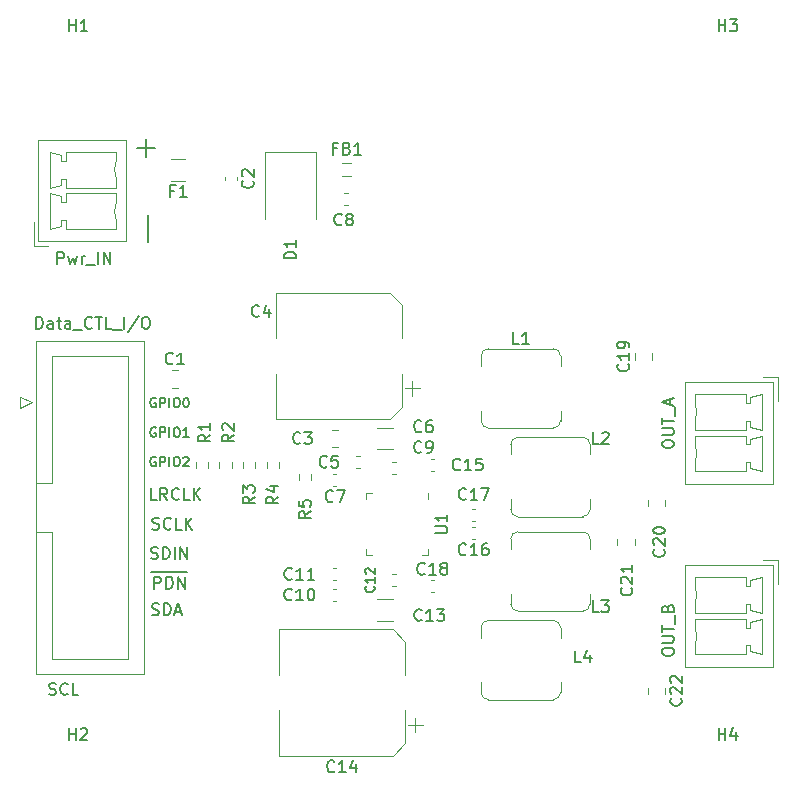
<source format=gbr>
%TF.GenerationSoftware,KiCad,Pcbnew,5.1.10*%
%TF.CreationDate,2021-07-04T17:51:47+02:00*%
%TF.ProjectId,DRV5825P,44525635-3832-4355-902e-6b696361645f,V0.1*%
%TF.SameCoordinates,Original*%
%TF.FileFunction,Legend,Top*%
%TF.FilePolarity,Positive*%
%FSLAX46Y46*%
G04 Gerber Fmt 4.6, Leading zero omitted, Abs format (unit mm)*
G04 Created by KiCad (PCBNEW 5.1.10) date 2021-07-04 17:51:47*
%MOMM*%
%LPD*%
G01*
G04 APERTURE LIST*
%ADD10C,0.150000*%
%ADD11C,0.120000*%
G04 APERTURE END LIST*
D10*
X154069047Y-97350000D02*
X153992857Y-97311904D01*
X153878571Y-97311904D01*
X153764285Y-97350000D01*
X153688095Y-97426190D01*
X153650000Y-97502380D01*
X153611904Y-97654761D01*
X153611904Y-97769047D01*
X153650000Y-97921428D01*
X153688095Y-97997619D01*
X153764285Y-98073809D01*
X153878571Y-98111904D01*
X153954761Y-98111904D01*
X154069047Y-98073809D01*
X154107142Y-98035714D01*
X154107142Y-97769047D01*
X153954761Y-97769047D01*
X154450000Y-98111904D02*
X154450000Y-97311904D01*
X154754761Y-97311904D01*
X154830952Y-97350000D01*
X154869047Y-97388095D01*
X154907142Y-97464285D01*
X154907142Y-97578571D01*
X154869047Y-97654761D01*
X154830952Y-97692857D01*
X154754761Y-97730952D01*
X154450000Y-97730952D01*
X155250000Y-98111904D02*
X155250000Y-97311904D01*
X155783333Y-97311904D02*
X155935714Y-97311904D01*
X156011904Y-97350000D01*
X156088095Y-97426190D01*
X156126190Y-97578571D01*
X156126190Y-97845238D01*
X156088095Y-97997619D01*
X156011904Y-98073809D01*
X155935714Y-98111904D01*
X155783333Y-98111904D01*
X155707142Y-98073809D01*
X155630952Y-97997619D01*
X155592857Y-97845238D01*
X155592857Y-97578571D01*
X155630952Y-97426190D01*
X155707142Y-97350000D01*
X155783333Y-97311904D01*
X156621428Y-97311904D02*
X156697619Y-97311904D01*
X156773809Y-97350000D01*
X156811904Y-97388095D01*
X156850000Y-97464285D01*
X156888095Y-97616666D01*
X156888095Y-97807142D01*
X156850000Y-97959523D01*
X156811904Y-98035714D01*
X156773809Y-98073809D01*
X156697619Y-98111904D01*
X156621428Y-98111904D01*
X156545238Y-98073809D01*
X156507142Y-98035714D01*
X156469047Y-97959523D01*
X156430952Y-97807142D01*
X156430952Y-97616666D01*
X156469047Y-97464285D01*
X156507142Y-97388095D01*
X156545238Y-97350000D01*
X156621428Y-97311904D01*
X154069047Y-99850000D02*
X153992857Y-99811904D01*
X153878571Y-99811904D01*
X153764285Y-99850000D01*
X153688095Y-99926190D01*
X153650000Y-100002380D01*
X153611904Y-100154761D01*
X153611904Y-100269047D01*
X153650000Y-100421428D01*
X153688095Y-100497619D01*
X153764285Y-100573809D01*
X153878571Y-100611904D01*
X153954761Y-100611904D01*
X154069047Y-100573809D01*
X154107142Y-100535714D01*
X154107142Y-100269047D01*
X153954761Y-100269047D01*
X154450000Y-100611904D02*
X154450000Y-99811904D01*
X154754761Y-99811904D01*
X154830952Y-99850000D01*
X154869047Y-99888095D01*
X154907142Y-99964285D01*
X154907142Y-100078571D01*
X154869047Y-100154761D01*
X154830952Y-100192857D01*
X154754761Y-100230952D01*
X154450000Y-100230952D01*
X155250000Y-100611904D02*
X155250000Y-99811904D01*
X155783333Y-99811904D02*
X155935714Y-99811904D01*
X156011904Y-99850000D01*
X156088095Y-99926190D01*
X156126190Y-100078571D01*
X156126190Y-100345238D01*
X156088095Y-100497619D01*
X156011904Y-100573809D01*
X155935714Y-100611904D01*
X155783333Y-100611904D01*
X155707142Y-100573809D01*
X155630952Y-100497619D01*
X155592857Y-100345238D01*
X155592857Y-100078571D01*
X155630952Y-99926190D01*
X155707142Y-99850000D01*
X155783333Y-99811904D01*
X156888095Y-100611904D02*
X156430952Y-100611904D01*
X156659523Y-100611904D02*
X156659523Y-99811904D01*
X156583333Y-99926190D01*
X156507142Y-100002380D01*
X156430952Y-100040476D01*
X154069047Y-102350000D02*
X153992857Y-102311904D01*
X153878571Y-102311904D01*
X153764285Y-102350000D01*
X153688095Y-102426190D01*
X153650000Y-102502380D01*
X153611904Y-102654761D01*
X153611904Y-102769047D01*
X153650000Y-102921428D01*
X153688095Y-102997619D01*
X153764285Y-103073809D01*
X153878571Y-103111904D01*
X153954761Y-103111904D01*
X154069047Y-103073809D01*
X154107142Y-103035714D01*
X154107142Y-102769047D01*
X153954761Y-102769047D01*
X154450000Y-103111904D02*
X154450000Y-102311904D01*
X154754761Y-102311904D01*
X154830952Y-102350000D01*
X154869047Y-102388095D01*
X154907142Y-102464285D01*
X154907142Y-102578571D01*
X154869047Y-102654761D01*
X154830952Y-102692857D01*
X154754761Y-102730952D01*
X154450000Y-102730952D01*
X155250000Y-103111904D02*
X155250000Y-102311904D01*
X155783333Y-102311904D02*
X155935714Y-102311904D01*
X156011904Y-102350000D01*
X156088095Y-102426190D01*
X156126190Y-102578571D01*
X156126190Y-102845238D01*
X156088095Y-102997619D01*
X156011904Y-103073809D01*
X155935714Y-103111904D01*
X155783333Y-103111904D01*
X155707142Y-103073809D01*
X155630952Y-102997619D01*
X155592857Y-102845238D01*
X155592857Y-102578571D01*
X155630952Y-102426190D01*
X155707142Y-102350000D01*
X155783333Y-102311904D01*
X156430952Y-102388095D02*
X156469047Y-102350000D01*
X156545238Y-102311904D01*
X156735714Y-102311904D01*
X156811904Y-102350000D01*
X156850000Y-102388095D01*
X156888095Y-102464285D01*
X156888095Y-102540476D01*
X156850000Y-102654761D01*
X156392857Y-103111904D01*
X156888095Y-103111904D01*
X154154761Y-105952380D02*
X153678571Y-105952380D01*
X153678571Y-104952380D01*
X155059523Y-105952380D02*
X154726190Y-105476190D01*
X154488095Y-105952380D02*
X154488095Y-104952380D01*
X154869047Y-104952380D01*
X154964285Y-105000000D01*
X155011904Y-105047619D01*
X155059523Y-105142857D01*
X155059523Y-105285714D01*
X155011904Y-105380952D01*
X154964285Y-105428571D01*
X154869047Y-105476190D01*
X154488095Y-105476190D01*
X156059523Y-105857142D02*
X156011904Y-105904761D01*
X155869047Y-105952380D01*
X155773809Y-105952380D01*
X155630952Y-105904761D01*
X155535714Y-105809523D01*
X155488095Y-105714285D01*
X155440476Y-105523809D01*
X155440476Y-105380952D01*
X155488095Y-105190476D01*
X155535714Y-105095238D01*
X155630952Y-105000000D01*
X155773809Y-104952380D01*
X155869047Y-104952380D01*
X156011904Y-105000000D01*
X156059523Y-105047619D01*
X156964285Y-105952380D02*
X156488095Y-105952380D01*
X156488095Y-104952380D01*
X157297619Y-105952380D02*
X157297619Y-104952380D01*
X157869047Y-105952380D02*
X157440476Y-105380952D01*
X157869047Y-104952380D02*
X157297619Y-105523809D01*
X153809523Y-108404761D02*
X153952380Y-108452380D01*
X154190476Y-108452380D01*
X154285714Y-108404761D01*
X154333333Y-108357142D01*
X154380952Y-108261904D01*
X154380952Y-108166666D01*
X154333333Y-108071428D01*
X154285714Y-108023809D01*
X154190476Y-107976190D01*
X154000000Y-107928571D01*
X153904761Y-107880952D01*
X153857142Y-107833333D01*
X153809523Y-107738095D01*
X153809523Y-107642857D01*
X153857142Y-107547619D01*
X153904761Y-107500000D01*
X154000000Y-107452380D01*
X154238095Y-107452380D01*
X154380952Y-107500000D01*
X155380952Y-108357142D02*
X155333333Y-108404761D01*
X155190476Y-108452380D01*
X155095238Y-108452380D01*
X154952380Y-108404761D01*
X154857142Y-108309523D01*
X154809523Y-108214285D01*
X154761904Y-108023809D01*
X154761904Y-107880952D01*
X154809523Y-107690476D01*
X154857142Y-107595238D01*
X154952380Y-107500000D01*
X155095238Y-107452380D01*
X155190476Y-107452380D01*
X155333333Y-107500000D01*
X155380952Y-107547619D01*
X156285714Y-108452380D02*
X155809523Y-108452380D01*
X155809523Y-107452380D01*
X156619047Y-108452380D02*
X156619047Y-107452380D01*
X157190476Y-108452380D02*
X156761904Y-107880952D01*
X157190476Y-107452380D02*
X156619047Y-108023809D01*
X153702380Y-110904761D02*
X153845238Y-110952380D01*
X154083333Y-110952380D01*
X154178571Y-110904761D01*
X154226190Y-110857142D01*
X154273809Y-110761904D01*
X154273809Y-110666666D01*
X154226190Y-110571428D01*
X154178571Y-110523809D01*
X154083333Y-110476190D01*
X153892857Y-110428571D01*
X153797619Y-110380952D01*
X153750000Y-110333333D01*
X153702380Y-110238095D01*
X153702380Y-110142857D01*
X153750000Y-110047619D01*
X153797619Y-110000000D01*
X153892857Y-109952380D01*
X154130952Y-109952380D01*
X154273809Y-110000000D01*
X154702380Y-110952380D02*
X154702380Y-109952380D01*
X154940476Y-109952380D01*
X155083333Y-110000000D01*
X155178571Y-110095238D01*
X155226190Y-110190476D01*
X155273809Y-110380952D01*
X155273809Y-110523809D01*
X155226190Y-110714285D01*
X155178571Y-110809523D01*
X155083333Y-110904761D01*
X154940476Y-110952380D01*
X154702380Y-110952380D01*
X155702380Y-110952380D02*
X155702380Y-109952380D01*
X156178571Y-110952380D02*
X156178571Y-109952380D01*
X156750000Y-110952380D01*
X156750000Y-109952380D01*
X153726190Y-112085000D02*
X154726190Y-112085000D01*
X153964285Y-113452380D02*
X153964285Y-112452380D01*
X154345238Y-112452380D01*
X154440476Y-112500000D01*
X154488095Y-112547619D01*
X154535714Y-112642857D01*
X154535714Y-112785714D01*
X154488095Y-112880952D01*
X154440476Y-112928571D01*
X154345238Y-112976190D01*
X153964285Y-112976190D01*
X154726190Y-112085000D02*
X155726190Y-112085000D01*
X154964285Y-113452380D02*
X154964285Y-112452380D01*
X155202380Y-112452380D01*
X155345238Y-112500000D01*
X155440476Y-112595238D01*
X155488095Y-112690476D01*
X155535714Y-112880952D01*
X155535714Y-113023809D01*
X155488095Y-113214285D01*
X155440476Y-113309523D01*
X155345238Y-113404761D01*
X155202380Y-113452380D01*
X154964285Y-113452380D01*
X155726190Y-112085000D02*
X156773809Y-112085000D01*
X155964285Y-113452380D02*
X155964285Y-112452380D01*
X156535714Y-113452380D01*
X156535714Y-112452380D01*
X145059523Y-122404761D02*
X145202380Y-122452380D01*
X145440476Y-122452380D01*
X145535714Y-122404761D01*
X145583333Y-122357142D01*
X145630952Y-122261904D01*
X145630952Y-122166666D01*
X145583333Y-122071428D01*
X145535714Y-122023809D01*
X145440476Y-121976190D01*
X145250000Y-121928571D01*
X145154761Y-121880952D01*
X145107142Y-121833333D01*
X145059523Y-121738095D01*
X145059523Y-121642857D01*
X145107142Y-121547619D01*
X145154761Y-121500000D01*
X145250000Y-121452380D01*
X145488095Y-121452380D01*
X145630952Y-121500000D01*
X146630952Y-122357142D02*
X146583333Y-122404761D01*
X146440476Y-122452380D01*
X146345238Y-122452380D01*
X146202380Y-122404761D01*
X146107142Y-122309523D01*
X146059523Y-122214285D01*
X146011904Y-122023809D01*
X146011904Y-121880952D01*
X146059523Y-121690476D01*
X146107142Y-121595238D01*
X146202380Y-121500000D01*
X146345238Y-121452380D01*
X146440476Y-121452380D01*
X146583333Y-121500000D01*
X146630952Y-121547619D01*
X147535714Y-122452380D02*
X147059523Y-122452380D01*
X147059523Y-121452380D01*
X153785714Y-115654761D02*
X153928571Y-115702380D01*
X154166666Y-115702380D01*
X154261904Y-115654761D01*
X154309523Y-115607142D01*
X154357142Y-115511904D01*
X154357142Y-115416666D01*
X154309523Y-115321428D01*
X154261904Y-115273809D01*
X154166666Y-115226190D01*
X153976190Y-115178571D01*
X153880952Y-115130952D01*
X153833333Y-115083333D01*
X153785714Y-114988095D01*
X153785714Y-114892857D01*
X153833333Y-114797619D01*
X153880952Y-114750000D01*
X153976190Y-114702380D01*
X154214285Y-114702380D01*
X154357142Y-114750000D01*
X154785714Y-115702380D02*
X154785714Y-114702380D01*
X155023809Y-114702380D01*
X155166666Y-114750000D01*
X155261904Y-114845238D01*
X155309523Y-114940476D01*
X155357142Y-115130952D01*
X155357142Y-115273809D01*
X155309523Y-115464285D01*
X155261904Y-115559523D01*
X155166666Y-115654761D01*
X155023809Y-115702380D01*
X154785714Y-115702380D01*
X155738095Y-115416666D02*
X156214285Y-115416666D01*
X155642857Y-115702380D02*
X155976190Y-114702380D01*
X156309523Y-115702380D01*
X153464285Y-84142857D02*
X153464285Y-81857142D01*
X152488095Y-76142857D02*
X154011904Y-76142857D01*
X153250000Y-76904761D02*
X153250000Y-75380952D01*
D11*
%TO.C,U1*%
X177110000Y-105865000D02*
X177110000Y-105390000D01*
X171890000Y-110610000D02*
X172365000Y-110610000D01*
X171890000Y-110135000D02*
X171890000Y-110610000D01*
X171890000Y-105390000D02*
X172365000Y-105390000D01*
X171890000Y-105865000D02*
X171890000Y-105390000D01*
X177110000Y-110610000D02*
X176635000Y-110610000D01*
X177110000Y-110135000D02*
X177110000Y-110610000D01*
%TO.C,R5*%
X167272500Y-104237258D02*
X167272500Y-103762742D01*
X166227500Y-104237258D02*
X166227500Y-103762742D01*
%TO.C,R4*%
X163477500Y-102762742D02*
X163477500Y-103237258D01*
X164522500Y-102762742D02*
X164522500Y-103237258D01*
%TO.C,R3*%
X161477500Y-102762742D02*
X161477500Y-103237258D01*
X162522500Y-102762742D02*
X162522500Y-103237258D01*
%TO.C,R2*%
X159477500Y-102762742D02*
X159477500Y-103237258D01*
X160522500Y-102762742D02*
X160522500Y-103237258D01*
%TO.C,R1*%
X157477500Y-102762742D02*
X157477500Y-103237258D01*
X158522500Y-102762742D02*
X158522500Y-103237258D01*
%TO.C,L4*%
X187750000Y-122860000D02*
X182250000Y-122860000D01*
X181640000Y-122250000D02*
X181640000Y-121400000D01*
X188360000Y-121400000D02*
X188360000Y-122250000D01*
X188360000Y-116750000D02*
X188360000Y-117600000D01*
X182250000Y-116140000D02*
X187750000Y-116140000D01*
X181640000Y-117600000D02*
X181640000Y-116750000D01*
X188360000Y-122250000D02*
G75*
G02*
X187750000Y-122860000I-610000J0D01*
G01*
X182250000Y-122860000D02*
G75*
G02*
X181640000Y-122250000I0J610000D01*
G01*
X187750000Y-116140000D02*
G75*
G02*
X188360000Y-116750000I0J-610000D01*
G01*
X181640000Y-116750000D02*
G75*
G02*
X182250000Y-116140000I610000J0D01*
G01*
%TO.C,L3*%
X190250000Y-115360000D02*
X184750000Y-115360000D01*
X184140000Y-114750000D02*
X184140000Y-113900000D01*
X190860000Y-113900000D02*
X190860000Y-114750000D01*
X190860000Y-109250000D02*
X190860000Y-110100000D01*
X184750000Y-108640000D02*
X190250000Y-108640000D01*
X184140000Y-110100000D02*
X184140000Y-109250000D01*
X190860000Y-114750000D02*
G75*
G02*
X190250000Y-115360000I-610000J0D01*
G01*
X184750000Y-115360000D02*
G75*
G02*
X184140000Y-114750000I0J610000D01*
G01*
X190250000Y-108640000D02*
G75*
G02*
X190860000Y-109250000I0J-610000D01*
G01*
X184140000Y-109250000D02*
G75*
G02*
X184750000Y-108640000I610000J0D01*
G01*
%TO.C,L2*%
X190250000Y-107360000D02*
X184750000Y-107360000D01*
X184140000Y-106750000D02*
X184140000Y-105900000D01*
X190860000Y-105900000D02*
X190860000Y-106750000D01*
X190860000Y-101250000D02*
X190860000Y-102100000D01*
X184750000Y-100640000D02*
X190250000Y-100640000D01*
X184140000Y-102100000D02*
X184140000Y-101250000D01*
X190860000Y-106750000D02*
G75*
G02*
X190250000Y-107360000I-610000J0D01*
G01*
X184750000Y-107360000D02*
G75*
G02*
X184140000Y-106750000I0J610000D01*
G01*
X190250000Y-100640000D02*
G75*
G02*
X190860000Y-101250000I0J-610000D01*
G01*
X184140000Y-101250000D02*
G75*
G02*
X184750000Y-100640000I610000J0D01*
G01*
%TO.C,L1*%
X187750000Y-99860000D02*
X182250000Y-99860000D01*
X181640000Y-99250000D02*
X181640000Y-98400000D01*
X188360000Y-98400000D02*
X188360000Y-99250000D01*
X188360000Y-93750000D02*
X188360000Y-94600000D01*
X182250000Y-93140000D02*
X187750000Y-93140000D01*
X181640000Y-94600000D02*
X181640000Y-93750000D01*
X188360000Y-99250000D02*
G75*
G02*
X187750000Y-99860000I-610000J0D01*
G01*
X182250000Y-99860000D02*
G75*
G02*
X181640000Y-99250000I0J610000D01*
G01*
X187750000Y-93140000D02*
G75*
G02*
X188360000Y-93750000I0J-610000D01*
G01*
X181640000Y-93750000D02*
G75*
G02*
X182250000Y-93140000I610000J0D01*
G01*
%TO.C,OUT_B*%
X206750000Y-111050000D02*
X206750000Y-113050000D01*
X205500000Y-111050000D02*
X206750000Y-111050000D01*
X199750000Y-119000000D02*
X199750000Y-118250000D01*
X204050000Y-119000000D02*
X199750000Y-119000000D01*
X204050000Y-118250000D02*
X204050000Y-119000000D01*
X204400000Y-118250000D02*
X204050000Y-118250000D01*
X204400000Y-118750000D02*
X204400000Y-118250000D01*
X205400000Y-119000000D02*
X204400000Y-118750000D01*
X205400000Y-116000000D02*
X205400000Y-119000000D01*
X204400000Y-116250000D02*
X205400000Y-116000000D01*
X204400000Y-116750000D02*
X204400000Y-116250000D01*
X204050000Y-116750000D02*
X204400000Y-116750000D01*
X204050000Y-116000000D02*
X204050000Y-116750000D01*
X199750000Y-116000000D02*
X204050000Y-116000000D01*
X199750000Y-116750000D02*
X199750000Y-116000000D01*
X199750000Y-115500000D02*
X199750000Y-114750000D01*
X204050000Y-115500000D02*
X199750000Y-115500000D01*
X204050000Y-114750000D02*
X204050000Y-115500000D01*
X204400000Y-114750000D02*
X204050000Y-114750000D01*
X204400000Y-115250000D02*
X204400000Y-114750000D01*
X205400000Y-115500000D02*
X204400000Y-115250000D01*
X205400000Y-112500000D02*
X205400000Y-115500000D01*
X204400000Y-112750000D02*
X205400000Y-112500000D01*
X204400000Y-113250000D02*
X204400000Y-112750000D01*
X204050000Y-113250000D02*
X204400000Y-113250000D01*
X204050000Y-112500000D02*
X204050000Y-113250000D01*
X199750000Y-112500000D02*
X204050000Y-112500000D01*
X199750000Y-113250000D02*
X199750000Y-112500000D01*
X206360000Y-120060000D02*
X206360000Y-111440000D01*
X198890000Y-120060000D02*
X206360000Y-120060000D01*
X198890000Y-111440000D02*
X198890000Y-120060000D01*
X206360000Y-111440000D02*
X198890000Y-111440000D01*
X199750155Y-118249647D02*
G75*
G03*
X199750000Y-116750000I-1700155J749647D01*
G01*
X199750155Y-114749647D02*
G75*
G03*
X199750000Y-113250000I-1700155J749647D01*
G01*
%TO.C,OUT_A*%
X206750000Y-95550000D02*
X206750000Y-97550000D01*
X205500000Y-95550000D02*
X206750000Y-95550000D01*
X199750000Y-103500000D02*
X199750000Y-102750000D01*
X204050000Y-103500000D02*
X199750000Y-103500000D01*
X204050000Y-102750000D02*
X204050000Y-103500000D01*
X204400000Y-102750000D02*
X204050000Y-102750000D01*
X204400000Y-103250000D02*
X204400000Y-102750000D01*
X205400000Y-103500000D02*
X204400000Y-103250000D01*
X205400000Y-100500000D02*
X205400000Y-103500000D01*
X204400000Y-100750000D02*
X205400000Y-100500000D01*
X204400000Y-101250000D02*
X204400000Y-100750000D01*
X204050000Y-101250000D02*
X204400000Y-101250000D01*
X204050000Y-100500000D02*
X204050000Y-101250000D01*
X199750000Y-100500000D02*
X204050000Y-100500000D01*
X199750000Y-101250000D02*
X199750000Y-100500000D01*
X199750000Y-100000000D02*
X199750000Y-99250000D01*
X204050000Y-100000000D02*
X199750000Y-100000000D01*
X204050000Y-99250000D02*
X204050000Y-100000000D01*
X204400000Y-99250000D02*
X204050000Y-99250000D01*
X204400000Y-99750000D02*
X204400000Y-99250000D01*
X205400000Y-100000000D02*
X204400000Y-99750000D01*
X205400000Y-97000000D02*
X205400000Y-100000000D01*
X204400000Y-97250000D02*
X205400000Y-97000000D01*
X204400000Y-97750000D02*
X204400000Y-97250000D01*
X204050000Y-97750000D02*
X204400000Y-97750000D01*
X204050000Y-97000000D02*
X204050000Y-97750000D01*
X199750000Y-97000000D02*
X204050000Y-97000000D01*
X199750000Y-97750000D02*
X199750000Y-97000000D01*
X206360000Y-104560000D02*
X206360000Y-95940000D01*
X198890000Y-104560000D02*
X206360000Y-104560000D01*
X198890000Y-95940000D02*
X198890000Y-104560000D01*
X206360000Y-95940000D02*
X198890000Y-95940000D01*
X199750155Y-102749647D02*
G75*
G03*
X199750000Y-101250000I-1700155J749647D01*
G01*
X199750155Y-99249647D02*
G75*
G03*
X199750000Y-97750000I-1700155J749647D01*
G01*
%TO.C,Data_CTL_I/O*%
X142570000Y-98190000D02*
X143570000Y-97690000D01*
X142570000Y-97190000D02*
X142570000Y-98190000D01*
X143570000Y-97690000D02*
X142570000Y-97190000D01*
X145270000Y-108630000D02*
X143960000Y-108630000D01*
X145270000Y-108630000D02*
X145270000Y-108630000D01*
X145270000Y-119380000D02*
X145270000Y-108630000D01*
X151770000Y-119380000D02*
X145270000Y-119380000D01*
X151770000Y-93780000D02*
X151770000Y-119380000D01*
X145270000Y-93780000D02*
X151770000Y-93780000D01*
X145270000Y-104530000D02*
X145270000Y-93780000D01*
X143960000Y-104530000D02*
X145270000Y-104530000D01*
X143960000Y-120680000D02*
X143960000Y-92480000D01*
X153080000Y-120680000D02*
X143960000Y-120680000D01*
X153080000Y-92480000D02*
X153080000Y-120680000D01*
X143960000Y-92480000D02*
X153080000Y-92480000D01*
%TO.C,Pwr_IN*%
X143750000Y-84450000D02*
X143750000Y-82450000D01*
X145000000Y-84450000D02*
X143750000Y-84450000D01*
X150750000Y-76500000D02*
X150750000Y-77250000D01*
X146450000Y-76500000D02*
X150750000Y-76500000D01*
X146450000Y-77250000D02*
X146450000Y-76500000D01*
X146100000Y-77250000D02*
X146450000Y-77250000D01*
X146100000Y-76750000D02*
X146100000Y-77250000D01*
X145100000Y-76500000D02*
X146100000Y-76750000D01*
X145100000Y-79500000D02*
X145100000Y-76500000D01*
X146100000Y-79250000D02*
X145100000Y-79500000D01*
X146100000Y-78750000D02*
X146100000Y-79250000D01*
X146450000Y-78750000D02*
X146100000Y-78750000D01*
X146450000Y-79500000D02*
X146450000Y-78750000D01*
X150750000Y-79500000D02*
X146450000Y-79500000D01*
X150750000Y-78750000D02*
X150750000Y-79500000D01*
X150750000Y-80000000D02*
X150750000Y-80750000D01*
X146450000Y-80000000D02*
X150750000Y-80000000D01*
X146450000Y-80750000D02*
X146450000Y-80000000D01*
X146100000Y-80750000D02*
X146450000Y-80750000D01*
X146100000Y-80250000D02*
X146100000Y-80750000D01*
X145100000Y-80000000D02*
X146100000Y-80250000D01*
X145100000Y-83000000D02*
X145100000Y-80000000D01*
X146100000Y-82750000D02*
X145100000Y-83000000D01*
X146100000Y-82250000D02*
X146100000Y-82750000D01*
X146450000Y-82250000D02*
X146100000Y-82250000D01*
X146450000Y-83000000D02*
X146450000Y-82250000D01*
X150750000Y-83000000D02*
X146450000Y-83000000D01*
X150750000Y-82250000D02*
X150750000Y-83000000D01*
X144140000Y-75440000D02*
X144140000Y-84060000D01*
X151610000Y-75440000D02*
X144140000Y-75440000D01*
X151610000Y-84060000D02*
X151610000Y-75440000D01*
X144140000Y-84060000D02*
X151610000Y-84060000D01*
X150749845Y-77250353D02*
G75*
G03*
X150750000Y-78750000I1700155J-749647D01*
G01*
X150749845Y-80750353D02*
G75*
G03*
X150750000Y-82250000I1700155J-749647D01*
G01*
%TO.C,FB1*%
X170649622Y-77440000D02*
X169850378Y-77440000D01*
X170649622Y-78560000D02*
X169850378Y-78560000D01*
%TO.C,F1*%
X156602064Y-77090000D02*
X155397936Y-77090000D01*
X156602064Y-78910000D02*
X155397936Y-78910000D01*
%TO.C,D1*%
X167650000Y-76450000D02*
X167650000Y-82150000D01*
X163350000Y-76450000D02*
X163350000Y-82150000D01*
X167650000Y-76450000D02*
X163350000Y-76450000D01*
%TO.C,C22*%
X195765000Y-121838748D02*
X195765000Y-122361252D01*
X197235000Y-121838748D02*
X197235000Y-122361252D01*
%TO.C,C21*%
X194635000Y-109761252D02*
X194635000Y-109238748D01*
X193165000Y-109761252D02*
X193165000Y-109238748D01*
%TO.C,C20*%
X195765000Y-105938748D02*
X195765000Y-106461252D01*
X197235000Y-105938748D02*
X197235000Y-106461252D01*
%TO.C,C19*%
X196135000Y-94061252D02*
X196135000Y-93538748D01*
X194665000Y-94061252D02*
X194665000Y-93538748D01*
%TO.C,C18*%
X177359420Y-113760000D02*
X177640580Y-113760000D01*
X177359420Y-112740000D02*
X177640580Y-112740000D01*
%TO.C,C17*%
X181140580Y-106740000D02*
X180859420Y-106740000D01*
X181140580Y-107760000D02*
X180859420Y-107760000D01*
%TO.C,C16*%
X181140580Y-108240000D02*
X180859420Y-108240000D01*
X181140580Y-109260000D02*
X180859420Y-109260000D01*
%TO.C,C15*%
X177359420Y-103510000D02*
X177640580Y-103510000D01*
X177359420Y-102490000D02*
X177640580Y-102490000D01*
%TO.C,C14*%
X176075000Y-125635000D02*
X176075000Y-124385000D01*
X176700000Y-125010000D02*
X175450000Y-125010000D01*
X175210000Y-117954437D02*
X174145563Y-116890000D01*
X175210000Y-126545563D02*
X174145563Y-127610000D01*
X175210000Y-126545563D02*
X175210000Y-123760000D01*
X175210000Y-117954437D02*
X175210000Y-120740000D01*
X174145563Y-116890000D02*
X164490000Y-116890000D01*
X174145563Y-127610000D02*
X164490000Y-127610000D01*
X164490000Y-127610000D02*
X164490000Y-123760000D01*
X164490000Y-116890000D02*
X164490000Y-120740000D01*
%TO.C,C13*%
X174211252Y-114340000D02*
X172788748Y-114340000D01*
X174211252Y-116160000D02*
X172788748Y-116160000D01*
%TO.C,C12*%
X174390580Y-112240000D02*
X174109420Y-112240000D01*
X174390580Y-113260000D02*
X174109420Y-113260000D01*
%TO.C,C11*%
X169390580Y-111740000D02*
X169109420Y-111740000D01*
X169390580Y-112760000D02*
X169109420Y-112760000D01*
%TO.C,C10*%
X169390580Y-113490000D02*
X169109420Y-113490000D01*
X169390580Y-114510000D02*
X169109420Y-114510000D01*
%TO.C,C9*%
X174390580Y-102740000D02*
X174109420Y-102740000D01*
X174390580Y-103760000D02*
X174109420Y-103760000D01*
%TO.C,C8*%
X170059420Y-81010000D02*
X170340580Y-81010000D01*
X170059420Y-79990000D02*
X170340580Y-79990000D01*
%TO.C,C7*%
X169390580Y-103740000D02*
X169109420Y-103740000D01*
X169390580Y-104760000D02*
X169109420Y-104760000D01*
%TO.C,C6*%
X174211252Y-99840000D02*
X172788748Y-99840000D01*
X174211252Y-101660000D02*
X172788748Y-101660000D01*
%TO.C,C5*%
X171059420Y-103210000D02*
X171340580Y-103210000D01*
X171059420Y-102190000D02*
X171340580Y-102190000D01*
%TO.C,C4*%
X175825000Y-97135000D02*
X175825000Y-95885000D01*
X176450000Y-96510000D02*
X175200000Y-96510000D01*
X174960000Y-89454437D02*
X173895563Y-88390000D01*
X174960000Y-98045563D02*
X173895563Y-99110000D01*
X174960000Y-98045563D02*
X174960000Y-95260000D01*
X174960000Y-89454437D02*
X174960000Y-92240000D01*
X173895563Y-88390000D02*
X164240000Y-88390000D01*
X173895563Y-99110000D02*
X164240000Y-99110000D01*
X164240000Y-99110000D02*
X164240000Y-95260000D01*
X164240000Y-88390000D02*
X164240000Y-92240000D01*
%TO.C,C3*%
X169511252Y-100015000D02*
X168988748Y-100015000D01*
X169511252Y-101485000D02*
X168988748Y-101485000D01*
%TO.C,C2*%
X159990000Y-78609420D02*
X159990000Y-78890580D01*
X161010000Y-78609420D02*
X161010000Y-78890580D01*
%TO.C,C1*%
X155438748Y-96435000D02*
X155961252Y-96435000D01*
X155438748Y-94965000D02*
X155961252Y-94965000D01*
%TO.C,H4*%
D10*
X201738095Y-126252380D02*
X201738095Y-125252380D01*
X201738095Y-125728571D02*
X202309523Y-125728571D01*
X202309523Y-126252380D02*
X202309523Y-125252380D01*
X203214285Y-125585714D02*
X203214285Y-126252380D01*
X202976190Y-125204761D02*
X202738095Y-125919047D01*
X203357142Y-125919047D01*
%TO.C,H3*%
X201738095Y-66252380D02*
X201738095Y-65252380D01*
X201738095Y-65728571D02*
X202309523Y-65728571D01*
X202309523Y-66252380D02*
X202309523Y-65252380D01*
X202690476Y-65252380D02*
X203309523Y-65252380D01*
X202976190Y-65633333D01*
X203119047Y-65633333D01*
X203214285Y-65680952D01*
X203261904Y-65728571D01*
X203309523Y-65823809D01*
X203309523Y-66061904D01*
X203261904Y-66157142D01*
X203214285Y-66204761D01*
X203119047Y-66252380D01*
X202833333Y-66252380D01*
X202738095Y-66204761D01*
X202690476Y-66157142D01*
%TO.C,H2*%
X146738095Y-126252380D02*
X146738095Y-125252380D01*
X146738095Y-125728571D02*
X147309523Y-125728571D01*
X147309523Y-126252380D02*
X147309523Y-125252380D01*
X147738095Y-125347619D02*
X147785714Y-125300000D01*
X147880952Y-125252380D01*
X148119047Y-125252380D01*
X148214285Y-125300000D01*
X148261904Y-125347619D01*
X148309523Y-125442857D01*
X148309523Y-125538095D01*
X148261904Y-125680952D01*
X147690476Y-126252380D01*
X148309523Y-126252380D01*
%TO.C,H1*%
X146738095Y-66252380D02*
X146738095Y-65252380D01*
X146738095Y-65728571D02*
X147309523Y-65728571D01*
X147309523Y-66252380D02*
X147309523Y-65252380D01*
X148309523Y-66252380D02*
X147738095Y-66252380D01*
X148023809Y-66252380D02*
X148023809Y-65252380D01*
X147928571Y-65395238D01*
X147833333Y-65490476D01*
X147738095Y-65538095D01*
%TO.C,U1*%
X177772380Y-108761904D02*
X178581904Y-108761904D01*
X178677142Y-108714285D01*
X178724761Y-108666666D01*
X178772380Y-108571428D01*
X178772380Y-108380952D01*
X178724761Y-108285714D01*
X178677142Y-108238095D01*
X178581904Y-108190476D01*
X177772380Y-108190476D01*
X178772380Y-107190476D02*
X178772380Y-107761904D01*
X178772380Y-107476190D02*
X177772380Y-107476190D01*
X177915238Y-107571428D01*
X178010476Y-107666666D01*
X178058095Y-107761904D01*
%TO.C,R5*%
X167202380Y-106916666D02*
X166726190Y-107250000D01*
X167202380Y-107488095D02*
X166202380Y-107488095D01*
X166202380Y-107107142D01*
X166250000Y-107011904D01*
X166297619Y-106964285D01*
X166392857Y-106916666D01*
X166535714Y-106916666D01*
X166630952Y-106964285D01*
X166678571Y-107011904D01*
X166726190Y-107107142D01*
X166726190Y-107488095D01*
X166202380Y-106011904D02*
X166202380Y-106488095D01*
X166678571Y-106535714D01*
X166630952Y-106488095D01*
X166583333Y-106392857D01*
X166583333Y-106154761D01*
X166630952Y-106059523D01*
X166678571Y-106011904D01*
X166773809Y-105964285D01*
X167011904Y-105964285D01*
X167107142Y-106011904D01*
X167154761Y-106059523D01*
X167202380Y-106154761D01*
X167202380Y-106392857D01*
X167154761Y-106488095D01*
X167107142Y-106535714D01*
%TO.C,R4*%
X164452380Y-105666666D02*
X163976190Y-106000000D01*
X164452380Y-106238095D02*
X163452380Y-106238095D01*
X163452380Y-105857142D01*
X163500000Y-105761904D01*
X163547619Y-105714285D01*
X163642857Y-105666666D01*
X163785714Y-105666666D01*
X163880952Y-105714285D01*
X163928571Y-105761904D01*
X163976190Y-105857142D01*
X163976190Y-106238095D01*
X163785714Y-104809523D02*
X164452380Y-104809523D01*
X163404761Y-105047619D02*
X164119047Y-105285714D01*
X164119047Y-104666666D01*
%TO.C,R3*%
X162452380Y-105666666D02*
X161976190Y-106000000D01*
X162452380Y-106238095D02*
X161452380Y-106238095D01*
X161452380Y-105857142D01*
X161500000Y-105761904D01*
X161547619Y-105714285D01*
X161642857Y-105666666D01*
X161785714Y-105666666D01*
X161880952Y-105714285D01*
X161928571Y-105761904D01*
X161976190Y-105857142D01*
X161976190Y-106238095D01*
X161452380Y-105333333D02*
X161452380Y-104714285D01*
X161833333Y-105047619D01*
X161833333Y-104904761D01*
X161880952Y-104809523D01*
X161928571Y-104761904D01*
X162023809Y-104714285D01*
X162261904Y-104714285D01*
X162357142Y-104761904D01*
X162404761Y-104809523D01*
X162452380Y-104904761D01*
X162452380Y-105190476D01*
X162404761Y-105285714D01*
X162357142Y-105333333D01*
%TO.C,R2*%
X160702380Y-100416666D02*
X160226190Y-100750000D01*
X160702380Y-100988095D02*
X159702380Y-100988095D01*
X159702380Y-100607142D01*
X159750000Y-100511904D01*
X159797619Y-100464285D01*
X159892857Y-100416666D01*
X160035714Y-100416666D01*
X160130952Y-100464285D01*
X160178571Y-100511904D01*
X160226190Y-100607142D01*
X160226190Y-100988095D01*
X159797619Y-100035714D02*
X159750000Y-99988095D01*
X159702380Y-99892857D01*
X159702380Y-99654761D01*
X159750000Y-99559523D01*
X159797619Y-99511904D01*
X159892857Y-99464285D01*
X159988095Y-99464285D01*
X160130952Y-99511904D01*
X160702380Y-100083333D01*
X160702380Y-99464285D01*
%TO.C,R1*%
X158702380Y-100416666D02*
X158226190Y-100750000D01*
X158702380Y-100988095D02*
X157702380Y-100988095D01*
X157702380Y-100607142D01*
X157750000Y-100511904D01*
X157797619Y-100464285D01*
X157892857Y-100416666D01*
X158035714Y-100416666D01*
X158130952Y-100464285D01*
X158178571Y-100511904D01*
X158226190Y-100607142D01*
X158226190Y-100988095D01*
X158702380Y-99464285D02*
X158702380Y-100035714D01*
X158702380Y-99750000D02*
X157702380Y-99750000D01*
X157845238Y-99845238D01*
X157940476Y-99940476D01*
X157988095Y-100035714D01*
%TO.C,L4*%
X190083333Y-119702380D02*
X189607142Y-119702380D01*
X189607142Y-118702380D01*
X190845238Y-119035714D02*
X190845238Y-119702380D01*
X190607142Y-118654761D02*
X190369047Y-119369047D01*
X190988095Y-119369047D01*
%TO.C,L3*%
X191583333Y-115452380D02*
X191107142Y-115452380D01*
X191107142Y-114452380D01*
X191821428Y-114452380D02*
X192440476Y-114452380D01*
X192107142Y-114833333D01*
X192250000Y-114833333D01*
X192345238Y-114880952D01*
X192392857Y-114928571D01*
X192440476Y-115023809D01*
X192440476Y-115261904D01*
X192392857Y-115357142D01*
X192345238Y-115404761D01*
X192250000Y-115452380D01*
X191964285Y-115452380D01*
X191869047Y-115404761D01*
X191821428Y-115357142D01*
%TO.C,L2*%
X191583333Y-101202380D02*
X191107142Y-101202380D01*
X191107142Y-100202380D01*
X191869047Y-100297619D02*
X191916666Y-100250000D01*
X192011904Y-100202380D01*
X192250000Y-100202380D01*
X192345238Y-100250000D01*
X192392857Y-100297619D01*
X192440476Y-100392857D01*
X192440476Y-100488095D01*
X192392857Y-100630952D01*
X191821428Y-101202380D01*
X192440476Y-101202380D01*
%TO.C,L1*%
X184833333Y-92752380D02*
X184357142Y-92752380D01*
X184357142Y-91752380D01*
X185690476Y-92752380D02*
X185119047Y-92752380D01*
X185404761Y-92752380D02*
X185404761Y-91752380D01*
X185309523Y-91895238D01*
X185214285Y-91990476D01*
X185119047Y-92038095D01*
%TO.C,OUT_B*%
X196952380Y-118880952D02*
X196952380Y-118690476D01*
X197000000Y-118595238D01*
X197095238Y-118500000D01*
X197285714Y-118452380D01*
X197619047Y-118452380D01*
X197809523Y-118500000D01*
X197904761Y-118595238D01*
X197952380Y-118690476D01*
X197952380Y-118880952D01*
X197904761Y-118976190D01*
X197809523Y-119071428D01*
X197619047Y-119119047D01*
X197285714Y-119119047D01*
X197095238Y-119071428D01*
X197000000Y-118976190D01*
X196952380Y-118880952D01*
X196952380Y-118023809D02*
X197761904Y-118023809D01*
X197857142Y-117976190D01*
X197904761Y-117928571D01*
X197952380Y-117833333D01*
X197952380Y-117642857D01*
X197904761Y-117547619D01*
X197857142Y-117500000D01*
X197761904Y-117452380D01*
X196952380Y-117452380D01*
X196952380Y-117119047D02*
X196952380Y-116547619D01*
X197952380Y-116833333D02*
X196952380Y-116833333D01*
X198047619Y-116452380D02*
X198047619Y-115690476D01*
X197428571Y-115119047D02*
X197476190Y-114976190D01*
X197523809Y-114928571D01*
X197619047Y-114880952D01*
X197761904Y-114880952D01*
X197857142Y-114928571D01*
X197904761Y-114976190D01*
X197952380Y-115071428D01*
X197952380Y-115452380D01*
X196952380Y-115452380D01*
X196952380Y-115119047D01*
X197000000Y-115023809D01*
X197047619Y-114976190D01*
X197142857Y-114928571D01*
X197238095Y-114928571D01*
X197333333Y-114976190D01*
X197380952Y-115023809D01*
X197428571Y-115119047D01*
X197428571Y-115452380D01*
%TO.C,OUT_A*%
X196952380Y-101309523D02*
X196952380Y-101119047D01*
X197000000Y-101023809D01*
X197095238Y-100928571D01*
X197285714Y-100880952D01*
X197619047Y-100880952D01*
X197809523Y-100928571D01*
X197904761Y-101023809D01*
X197952380Y-101119047D01*
X197952380Y-101309523D01*
X197904761Y-101404761D01*
X197809523Y-101500000D01*
X197619047Y-101547619D01*
X197285714Y-101547619D01*
X197095238Y-101500000D01*
X197000000Y-101404761D01*
X196952380Y-101309523D01*
X196952380Y-100452380D02*
X197761904Y-100452380D01*
X197857142Y-100404761D01*
X197904761Y-100357142D01*
X197952380Y-100261904D01*
X197952380Y-100071428D01*
X197904761Y-99976190D01*
X197857142Y-99928571D01*
X197761904Y-99880952D01*
X196952380Y-99880952D01*
X196952380Y-99547619D02*
X196952380Y-98976190D01*
X197952380Y-99261904D02*
X196952380Y-99261904D01*
X198047619Y-98880952D02*
X198047619Y-98119047D01*
X197666666Y-97928571D02*
X197666666Y-97452380D01*
X197952380Y-98023809D02*
X196952380Y-97690476D01*
X197952380Y-97357142D01*
%TO.C,Data_CTL_I/O*%
X143964285Y-91452380D02*
X143964285Y-90452380D01*
X144202380Y-90452380D01*
X144345238Y-90500000D01*
X144440476Y-90595238D01*
X144488095Y-90690476D01*
X144535714Y-90880952D01*
X144535714Y-91023809D01*
X144488095Y-91214285D01*
X144440476Y-91309523D01*
X144345238Y-91404761D01*
X144202380Y-91452380D01*
X143964285Y-91452380D01*
X145392857Y-91452380D02*
X145392857Y-90928571D01*
X145345238Y-90833333D01*
X145250000Y-90785714D01*
X145059523Y-90785714D01*
X144964285Y-90833333D01*
X145392857Y-91404761D02*
X145297619Y-91452380D01*
X145059523Y-91452380D01*
X144964285Y-91404761D01*
X144916666Y-91309523D01*
X144916666Y-91214285D01*
X144964285Y-91119047D01*
X145059523Y-91071428D01*
X145297619Y-91071428D01*
X145392857Y-91023809D01*
X145726190Y-90785714D02*
X146107142Y-90785714D01*
X145869047Y-90452380D02*
X145869047Y-91309523D01*
X145916666Y-91404761D01*
X146011904Y-91452380D01*
X146107142Y-91452380D01*
X146869047Y-91452380D02*
X146869047Y-90928571D01*
X146821428Y-90833333D01*
X146726190Y-90785714D01*
X146535714Y-90785714D01*
X146440476Y-90833333D01*
X146869047Y-91404761D02*
X146773809Y-91452380D01*
X146535714Y-91452380D01*
X146440476Y-91404761D01*
X146392857Y-91309523D01*
X146392857Y-91214285D01*
X146440476Y-91119047D01*
X146535714Y-91071428D01*
X146773809Y-91071428D01*
X146869047Y-91023809D01*
X147107142Y-91547619D02*
X147869047Y-91547619D01*
X148678571Y-91357142D02*
X148630952Y-91404761D01*
X148488095Y-91452380D01*
X148392857Y-91452380D01*
X148250000Y-91404761D01*
X148154761Y-91309523D01*
X148107142Y-91214285D01*
X148059523Y-91023809D01*
X148059523Y-90880952D01*
X148107142Y-90690476D01*
X148154761Y-90595238D01*
X148250000Y-90500000D01*
X148392857Y-90452380D01*
X148488095Y-90452380D01*
X148630952Y-90500000D01*
X148678571Y-90547619D01*
X148964285Y-90452380D02*
X149535714Y-90452380D01*
X149250000Y-91452380D02*
X149250000Y-90452380D01*
X150345238Y-91452380D02*
X149869047Y-91452380D01*
X149869047Y-90452380D01*
X150440476Y-91547619D02*
X151202380Y-91547619D01*
X151440476Y-91452380D02*
X151440476Y-90452380D01*
X152630952Y-90404761D02*
X151773809Y-91690476D01*
X153154761Y-90452380D02*
X153345238Y-90452380D01*
X153440476Y-90500000D01*
X153535714Y-90595238D01*
X153583333Y-90785714D01*
X153583333Y-91119047D01*
X153535714Y-91309523D01*
X153440476Y-91404761D01*
X153345238Y-91452380D01*
X153154761Y-91452380D01*
X153059523Y-91404761D01*
X152964285Y-91309523D01*
X152916666Y-91119047D01*
X152916666Y-90785714D01*
X152964285Y-90595238D01*
X153059523Y-90500000D01*
X153154761Y-90452380D01*
%TO.C,Pwr_IN*%
X145761904Y-85952380D02*
X145761904Y-84952380D01*
X146142857Y-84952380D01*
X146238095Y-85000000D01*
X146285714Y-85047619D01*
X146333333Y-85142857D01*
X146333333Y-85285714D01*
X146285714Y-85380952D01*
X146238095Y-85428571D01*
X146142857Y-85476190D01*
X145761904Y-85476190D01*
X146666666Y-85285714D02*
X146857142Y-85952380D01*
X147047619Y-85476190D01*
X147238095Y-85952380D01*
X147428571Y-85285714D01*
X147809523Y-85952380D02*
X147809523Y-85285714D01*
X147809523Y-85476190D02*
X147857142Y-85380952D01*
X147904761Y-85333333D01*
X148000000Y-85285714D01*
X148095238Y-85285714D01*
X148190476Y-86047619D02*
X148952380Y-86047619D01*
X149190476Y-85952380D02*
X149190476Y-84952380D01*
X149666666Y-85952380D02*
X149666666Y-84952380D01*
X150238095Y-85952380D01*
X150238095Y-84952380D01*
%TO.C,FB1*%
X169416666Y-76178571D02*
X169083333Y-76178571D01*
X169083333Y-76702380D02*
X169083333Y-75702380D01*
X169559523Y-75702380D01*
X170273809Y-76178571D02*
X170416666Y-76226190D01*
X170464285Y-76273809D01*
X170511904Y-76369047D01*
X170511904Y-76511904D01*
X170464285Y-76607142D01*
X170416666Y-76654761D01*
X170321428Y-76702380D01*
X169940476Y-76702380D01*
X169940476Y-75702380D01*
X170273809Y-75702380D01*
X170369047Y-75750000D01*
X170416666Y-75797619D01*
X170464285Y-75892857D01*
X170464285Y-75988095D01*
X170416666Y-76083333D01*
X170369047Y-76130952D01*
X170273809Y-76178571D01*
X169940476Y-76178571D01*
X171464285Y-76702380D02*
X170892857Y-76702380D01*
X171178571Y-76702380D02*
X171178571Y-75702380D01*
X171083333Y-75845238D01*
X170988095Y-75940476D01*
X170892857Y-75988095D01*
%TO.C,F1*%
X155666666Y-79748571D02*
X155333333Y-79748571D01*
X155333333Y-80272380D02*
X155333333Y-79272380D01*
X155809523Y-79272380D01*
X156714285Y-80272380D02*
X156142857Y-80272380D01*
X156428571Y-80272380D02*
X156428571Y-79272380D01*
X156333333Y-79415238D01*
X156238095Y-79510476D01*
X156142857Y-79558095D01*
%TO.C,D1*%
X165952380Y-85488095D02*
X164952380Y-85488095D01*
X164952380Y-85250000D01*
X165000000Y-85107142D01*
X165095238Y-85011904D01*
X165190476Y-84964285D01*
X165380952Y-84916666D01*
X165523809Y-84916666D01*
X165714285Y-84964285D01*
X165809523Y-85011904D01*
X165904761Y-85107142D01*
X165952380Y-85250000D01*
X165952380Y-85488095D01*
X165952380Y-83964285D02*
X165952380Y-84535714D01*
X165952380Y-84250000D02*
X164952380Y-84250000D01*
X165095238Y-84345238D01*
X165190476Y-84440476D01*
X165238095Y-84535714D01*
%TO.C,C22*%
X198537142Y-122742857D02*
X198584761Y-122790476D01*
X198632380Y-122933333D01*
X198632380Y-123028571D01*
X198584761Y-123171428D01*
X198489523Y-123266666D01*
X198394285Y-123314285D01*
X198203809Y-123361904D01*
X198060952Y-123361904D01*
X197870476Y-123314285D01*
X197775238Y-123266666D01*
X197680000Y-123171428D01*
X197632380Y-123028571D01*
X197632380Y-122933333D01*
X197680000Y-122790476D01*
X197727619Y-122742857D01*
X197727619Y-122361904D02*
X197680000Y-122314285D01*
X197632380Y-122219047D01*
X197632380Y-121980952D01*
X197680000Y-121885714D01*
X197727619Y-121838095D01*
X197822857Y-121790476D01*
X197918095Y-121790476D01*
X198060952Y-121838095D01*
X198632380Y-122409523D01*
X198632380Y-121790476D01*
X197727619Y-121409523D02*
X197680000Y-121361904D01*
X197632380Y-121266666D01*
X197632380Y-121028571D01*
X197680000Y-120933333D01*
X197727619Y-120885714D01*
X197822857Y-120838095D01*
X197918095Y-120838095D01*
X198060952Y-120885714D01*
X198632380Y-121457142D01*
X198632380Y-120838095D01*
%TO.C,C21*%
X194357142Y-113392857D02*
X194404761Y-113440476D01*
X194452380Y-113583333D01*
X194452380Y-113678571D01*
X194404761Y-113821428D01*
X194309523Y-113916666D01*
X194214285Y-113964285D01*
X194023809Y-114011904D01*
X193880952Y-114011904D01*
X193690476Y-113964285D01*
X193595238Y-113916666D01*
X193500000Y-113821428D01*
X193452380Y-113678571D01*
X193452380Y-113583333D01*
X193500000Y-113440476D01*
X193547619Y-113392857D01*
X193547619Y-113011904D02*
X193500000Y-112964285D01*
X193452380Y-112869047D01*
X193452380Y-112630952D01*
X193500000Y-112535714D01*
X193547619Y-112488095D01*
X193642857Y-112440476D01*
X193738095Y-112440476D01*
X193880952Y-112488095D01*
X194452380Y-113059523D01*
X194452380Y-112440476D01*
X194452380Y-111488095D02*
X194452380Y-112059523D01*
X194452380Y-111773809D02*
X193452380Y-111773809D01*
X193595238Y-111869047D01*
X193690476Y-111964285D01*
X193738095Y-112059523D01*
%TO.C,C20*%
X197107142Y-110142857D02*
X197154761Y-110190476D01*
X197202380Y-110333333D01*
X197202380Y-110428571D01*
X197154761Y-110571428D01*
X197059523Y-110666666D01*
X196964285Y-110714285D01*
X196773809Y-110761904D01*
X196630952Y-110761904D01*
X196440476Y-110714285D01*
X196345238Y-110666666D01*
X196250000Y-110571428D01*
X196202380Y-110428571D01*
X196202380Y-110333333D01*
X196250000Y-110190476D01*
X196297619Y-110142857D01*
X196297619Y-109761904D02*
X196250000Y-109714285D01*
X196202380Y-109619047D01*
X196202380Y-109380952D01*
X196250000Y-109285714D01*
X196297619Y-109238095D01*
X196392857Y-109190476D01*
X196488095Y-109190476D01*
X196630952Y-109238095D01*
X197202380Y-109809523D01*
X197202380Y-109190476D01*
X196202380Y-108571428D02*
X196202380Y-108476190D01*
X196250000Y-108380952D01*
X196297619Y-108333333D01*
X196392857Y-108285714D01*
X196583333Y-108238095D01*
X196821428Y-108238095D01*
X197011904Y-108285714D01*
X197107142Y-108333333D01*
X197154761Y-108380952D01*
X197202380Y-108476190D01*
X197202380Y-108571428D01*
X197154761Y-108666666D01*
X197107142Y-108714285D01*
X197011904Y-108761904D01*
X196821428Y-108809523D01*
X196583333Y-108809523D01*
X196392857Y-108761904D01*
X196297619Y-108714285D01*
X196250000Y-108666666D01*
X196202380Y-108571428D01*
%TO.C,C19*%
X194077142Y-94442857D02*
X194124761Y-94490476D01*
X194172380Y-94633333D01*
X194172380Y-94728571D01*
X194124761Y-94871428D01*
X194029523Y-94966666D01*
X193934285Y-95014285D01*
X193743809Y-95061904D01*
X193600952Y-95061904D01*
X193410476Y-95014285D01*
X193315238Y-94966666D01*
X193220000Y-94871428D01*
X193172380Y-94728571D01*
X193172380Y-94633333D01*
X193220000Y-94490476D01*
X193267619Y-94442857D01*
X194172380Y-93490476D02*
X194172380Y-94061904D01*
X194172380Y-93776190D02*
X193172380Y-93776190D01*
X193315238Y-93871428D01*
X193410476Y-93966666D01*
X193458095Y-94061904D01*
X194172380Y-93014285D02*
X194172380Y-92823809D01*
X194124761Y-92728571D01*
X194077142Y-92680952D01*
X193934285Y-92585714D01*
X193743809Y-92538095D01*
X193362857Y-92538095D01*
X193267619Y-92585714D01*
X193220000Y-92633333D01*
X193172380Y-92728571D01*
X193172380Y-92919047D01*
X193220000Y-93014285D01*
X193267619Y-93061904D01*
X193362857Y-93109523D01*
X193600952Y-93109523D01*
X193696190Y-93061904D01*
X193743809Y-93014285D01*
X193791428Y-92919047D01*
X193791428Y-92728571D01*
X193743809Y-92633333D01*
X193696190Y-92585714D01*
X193600952Y-92538095D01*
%TO.C,C18*%
X176857142Y-112177142D02*
X176809523Y-112224761D01*
X176666666Y-112272380D01*
X176571428Y-112272380D01*
X176428571Y-112224761D01*
X176333333Y-112129523D01*
X176285714Y-112034285D01*
X176238095Y-111843809D01*
X176238095Y-111700952D01*
X176285714Y-111510476D01*
X176333333Y-111415238D01*
X176428571Y-111320000D01*
X176571428Y-111272380D01*
X176666666Y-111272380D01*
X176809523Y-111320000D01*
X176857142Y-111367619D01*
X177809523Y-112272380D02*
X177238095Y-112272380D01*
X177523809Y-112272380D02*
X177523809Y-111272380D01*
X177428571Y-111415238D01*
X177333333Y-111510476D01*
X177238095Y-111558095D01*
X178380952Y-111700952D02*
X178285714Y-111653333D01*
X178238095Y-111605714D01*
X178190476Y-111510476D01*
X178190476Y-111462857D01*
X178238095Y-111367619D01*
X178285714Y-111320000D01*
X178380952Y-111272380D01*
X178571428Y-111272380D01*
X178666666Y-111320000D01*
X178714285Y-111367619D01*
X178761904Y-111462857D01*
X178761904Y-111510476D01*
X178714285Y-111605714D01*
X178666666Y-111653333D01*
X178571428Y-111700952D01*
X178380952Y-111700952D01*
X178285714Y-111748571D01*
X178238095Y-111796190D01*
X178190476Y-111891428D01*
X178190476Y-112081904D01*
X178238095Y-112177142D01*
X178285714Y-112224761D01*
X178380952Y-112272380D01*
X178571428Y-112272380D01*
X178666666Y-112224761D01*
X178714285Y-112177142D01*
X178761904Y-112081904D01*
X178761904Y-111891428D01*
X178714285Y-111796190D01*
X178666666Y-111748571D01*
X178571428Y-111700952D01*
%TO.C,C17*%
X180357142Y-105857142D02*
X180309523Y-105904761D01*
X180166666Y-105952380D01*
X180071428Y-105952380D01*
X179928571Y-105904761D01*
X179833333Y-105809523D01*
X179785714Y-105714285D01*
X179738095Y-105523809D01*
X179738095Y-105380952D01*
X179785714Y-105190476D01*
X179833333Y-105095238D01*
X179928571Y-105000000D01*
X180071428Y-104952380D01*
X180166666Y-104952380D01*
X180309523Y-105000000D01*
X180357142Y-105047619D01*
X181309523Y-105952380D02*
X180738095Y-105952380D01*
X181023809Y-105952380D02*
X181023809Y-104952380D01*
X180928571Y-105095238D01*
X180833333Y-105190476D01*
X180738095Y-105238095D01*
X181642857Y-104952380D02*
X182309523Y-104952380D01*
X181880952Y-105952380D01*
%TO.C,C16*%
X180357142Y-110537142D02*
X180309523Y-110584761D01*
X180166666Y-110632380D01*
X180071428Y-110632380D01*
X179928571Y-110584761D01*
X179833333Y-110489523D01*
X179785714Y-110394285D01*
X179738095Y-110203809D01*
X179738095Y-110060952D01*
X179785714Y-109870476D01*
X179833333Y-109775238D01*
X179928571Y-109680000D01*
X180071428Y-109632380D01*
X180166666Y-109632380D01*
X180309523Y-109680000D01*
X180357142Y-109727619D01*
X181309523Y-110632380D02*
X180738095Y-110632380D01*
X181023809Y-110632380D02*
X181023809Y-109632380D01*
X180928571Y-109775238D01*
X180833333Y-109870476D01*
X180738095Y-109918095D01*
X182166666Y-109632380D02*
X181976190Y-109632380D01*
X181880952Y-109680000D01*
X181833333Y-109727619D01*
X181738095Y-109870476D01*
X181690476Y-110060952D01*
X181690476Y-110441904D01*
X181738095Y-110537142D01*
X181785714Y-110584761D01*
X181880952Y-110632380D01*
X182071428Y-110632380D01*
X182166666Y-110584761D01*
X182214285Y-110537142D01*
X182261904Y-110441904D01*
X182261904Y-110203809D01*
X182214285Y-110108571D01*
X182166666Y-110060952D01*
X182071428Y-110013333D01*
X181880952Y-110013333D01*
X181785714Y-110060952D01*
X181738095Y-110108571D01*
X181690476Y-110203809D01*
%TO.C,C15*%
X179857142Y-103357142D02*
X179809523Y-103404761D01*
X179666666Y-103452380D01*
X179571428Y-103452380D01*
X179428571Y-103404761D01*
X179333333Y-103309523D01*
X179285714Y-103214285D01*
X179238095Y-103023809D01*
X179238095Y-102880952D01*
X179285714Y-102690476D01*
X179333333Y-102595238D01*
X179428571Y-102500000D01*
X179571428Y-102452380D01*
X179666666Y-102452380D01*
X179809523Y-102500000D01*
X179857142Y-102547619D01*
X180809523Y-103452380D02*
X180238095Y-103452380D01*
X180523809Y-103452380D02*
X180523809Y-102452380D01*
X180428571Y-102595238D01*
X180333333Y-102690476D01*
X180238095Y-102738095D01*
X181714285Y-102452380D02*
X181238095Y-102452380D01*
X181190476Y-102928571D01*
X181238095Y-102880952D01*
X181333333Y-102833333D01*
X181571428Y-102833333D01*
X181666666Y-102880952D01*
X181714285Y-102928571D01*
X181761904Y-103023809D01*
X181761904Y-103261904D01*
X181714285Y-103357142D01*
X181666666Y-103404761D01*
X181571428Y-103452380D01*
X181333333Y-103452380D01*
X181238095Y-103404761D01*
X181190476Y-103357142D01*
%TO.C,C14*%
X169207142Y-128907142D02*
X169159523Y-128954761D01*
X169016666Y-129002380D01*
X168921428Y-129002380D01*
X168778571Y-128954761D01*
X168683333Y-128859523D01*
X168635714Y-128764285D01*
X168588095Y-128573809D01*
X168588095Y-128430952D01*
X168635714Y-128240476D01*
X168683333Y-128145238D01*
X168778571Y-128050000D01*
X168921428Y-128002380D01*
X169016666Y-128002380D01*
X169159523Y-128050000D01*
X169207142Y-128097619D01*
X170159523Y-129002380D02*
X169588095Y-129002380D01*
X169873809Y-129002380D02*
X169873809Y-128002380D01*
X169778571Y-128145238D01*
X169683333Y-128240476D01*
X169588095Y-128288095D01*
X171016666Y-128335714D02*
X171016666Y-129002380D01*
X170778571Y-127954761D02*
X170540476Y-128669047D01*
X171159523Y-128669047D01*
%TO.C,C13*%
X176607142Y-116107142D02*
X176559523Y-116154761D01*
X176416666Y-116202380D01*
X176321428Y-116202380D01*
X176178571Y-116154761D01*
X176083333Y-116059523D01*
X176035714Y-115964285D01*
X175988095Y-115773809D01*
X175988095Y-115630952D01*
X176035714Y-115440476D01*
X176083333Y-115345238D01*
X176178571Y-115250000D01*
X176321428Y-115202380D01*
X176416666Y-115202380D01*
X176559523Y-115250000D01*
X176607142Y-115297619D01*
X177559523Y-116202380D02*
X176988095Y-116202380D01*
X177273809Y-116202380D02*
X177273809Y-115202380D01*
X177178571Y-115345238D01*
X177083333Y-115440476D01*
X176988095Y-115488095D01*
X177892857Y-115202380D02*
X178511904Y-115202380D01*
X178178571Y-115583333D01*
X178321428Y-115583333D01*
X178416666Y-115630952D01*
X178464285Y-115678571D01*
X178511904Y-115773809D01*
X178511904Y-116011904D01*
X178464285Y-116107142D01*
X178416666Y-116154761D01*
X178321428Y-116202380D01*
X178035714Y-116202380D01*
X177940476Y-116154761D01*
X177892857Y-116107142D01*
%TO.C,C12*%
X172535714Y-113264285D02*
X172573809Y-113302380D01*
X172611904Y-113416666D01*
X172611904Y-113492857D01*
X172573809Y-113607142D01*
X172497619Y-113683333D01*
X172421428Y-113721428D01*
X172269047Y-113759523D01*
X172154761Y-113759523D01*
X172002380Y-113721428D01*
X171926190Y-113683333D01*
X171850000Y-113607142D01*
X171811904Y-113492857D01*
X171811904Y-113416666D01*
X171850000Y-113302380D01*
X171888095Y-113264285D01*
X172611904Y-112502380D02*
X172611904Y-112959523D01*
X172611904Y-112730952D02*
X171811904Y-112730952D01*
X171926190Y-112807142D01*
X172002380Y-112883333D01*
X172040476Y-112959523D01*
X171888095Y-112197619D02*
X171850000Y-112159523D01*
X171811904Y-112083333D01*
X171811904Y-111892857D01*
X171850000Y-111816666D01*
X171888095Y-111778571D01*
X171964285Y-111740476D01*
X172040476Y-111740476D01*
X172154761Y-111778571D01*
X172611904Y-112235714D01*
X172611904Y-111740476D01*
%TO.C,C11*%
X165607142Y-112607142D02*
X165559523Y-112654761D01*
X165416666Y-112702380D01*
X165321428Y-112702380D01*
X165178571Y-112654761D01*
X165083333Y-112559523D01*
X165035714Y-112464285D01*
X164988095Y-112273809D01*
X164988095Y-112130952D01*
X165035714Y-111940476D01*
X165083333Y-111845238D01*
X165178571Y-111750000D01*
X165321428Y-111702380D01*
X165416666Y-111702380D01*
X165559523Y-111750000D01*
X165607142Y-111797619D01*
X166559523Y-112702380D02*
X165988095Y-112702380D01*
X166273809Y-112702380D02*
X166273809Y-111702380D01*
X166178571Y-111845238D01*
X166083333Y-111940476D01*
X165988095Y-111988095D01*
X167511904Y-112702380D02*
X166940476Y-112702380D01*
X167226190Y-112702380D02*
X167226190Y-111702380D01*
X167130952Y-111845238D01*
X167035714Y-111940476D01*
X166940476Y-111988095D01*
%TO.C,C10*%
X165607142Y-114357142D02*
X165559523Y-114404761D01*
X165416666Y-114452380D01*
X165321428Y-114452380D01*
X165178571Y-114404761D01*
X165083333Y-114309523D01*
X165035714Y-114214285D01*
X164988095Y-114023809D01*
X164988095Y-113880952D01*
X165035714Y-113690476D01*
X165083333Y-113595238D01*
X165178571Y-113500000D01*
X165321428Y-113452380D01*
X165416666Y-113452380D01*
X165559523Y-113500000D01*
X165607142Y-113547619D01*
X166559523Y-114452380D02*
X165988095Y-114452380D01*
X166273809Y-114452380D02*
X166273809Y-113452380D01*
X166178571Y-113595238D01*
X166083333Y-113690476D01*
X165988095Y-113738095D01*
X167178571Y-113452380D02*
X167273809Y-113452380D01*
X167369047Y-113500000D01*
X167416666Y-113547619D01*
X167464285Y-113642857D01*
X167511904Y-113833333D01*
X167511904Y-114071428D01*
X167464285Y-114261904D01*
X167416666Y-114357142D01*
X167369047Y-114404761D01*
X167273809Y-114452380D01*
X167178571Y-114452380D01*
X167083333Y-114404761D01*
X167035714Y-114357142D01*
X166988095Y-114261904D01*
X166940476Y-114071428D01*
X166940476Y-113833333D01*
X166988095Y-113642857D01*
X167035714Y-113547619D01*
X167083333Y-113500000D01*
X167178571Y-113452380D01*
%TO.C,C9*%
X176583333Y-101857142D02*
X176535714Y-101904761D01*
X176392857Y-101952380D01*
X176297619Y-101952380D01*
X176154761Y-101904761D01*
X176059523Y-101809523D01*
X176011904Y-101714285D01*
X175964285Y-101523809D01*
X175964285Y-101380952D01*
X176011904Y-101190476D01*
X176059523Y-101095238D01*
X176154761Y-101000000D01*
X176297619Y-100952380D01*
X176392857Y-100952380D01*
X176535714Y-101000000D01*
X176583333Y-101047619D01*
X177059523Y-101952380D02*
X177250000Y-101952380D01*
X177345238Y-101904761D01*
X177392857Y-101857142D01*
X177488095Y-101714285D01*
X177535714Y-101523809D01*
X177535714Y-101142857D01*
X177488095Y-101047619D01*
X177440476Y-101000000D01*
X177345238Y-100952380D01*
X177154761Y-100952380D01*
X177059523Y-101000000D01*
X177011904Y-101047619D01*
X176964285Y-101142857D01*
X176964285Y-101380952D01*
X177011904Y-101476190D01*
X177059523Y-101523809D01*
X177154761Y-101571428D01*
X177345238Y-101571428D01*
X177440476Y-101523809D01*
X177488095Y-101476190D01*
X177535714Y-101380952D01*
%TO.C,C8*%
X169833333Y-82607142D02*
X169785714Y-82654761D01*
X169642857Y-82702380D01*
X169547619Y-82702380D01*
X169404761Y-82654761D01*
X169309523Y-82559523D01*
X169261904Y-82464285D01*
X169214285Y-82273809D01*
X169214285Y-82130952D01*
X169261904Y-81940476D01*
X169309523Y-81845238D01*
X169404761Y-81750000D01*
X169547619Y-81702380D01*
X169642857Y-81702380D01*
X169785714Y-81750000D01*
X169833333Y-81797619D01*
X170404761Y-82130952D02*
X170309523Y-82083333D01*
X170261904Y-82035714D01*
X170214285Y-81940476D01*
X170214285Y-81892857D01*
X170261904Y-81797619D01*
X170309523Y-81750000D01*
X170404761Y-81702380D01*
X170595238Y-81702380D01*
X170690476Y-81750000D01*
X170738095Y-81797619D01*
X170785714Y-81892857D01*
X170785714Y-81940476D01*
X170738095Y-82035714D01*
X170690476Y-82083333D01*
X170595238Y-82130952D01*
X170404761Y-82130952D01*
X170309523Y-82178571D01*
X170261904Y-82226190D01*
X170214285Y-82321428D01*
X170214285Y-82511904D01*
X170261904Y-82607142D01*
X170309523Y-82654761D01*
X170404761Y-82702380D01*
X170595238Y-82702380D01*
X170690476Y-82654761D01*
X170738095Y-82607142D01*
X170785714Y-82511904D01*
X170785714Y-82321428D01*
X170738095Y-82226190D01*
X170690476Y-82178571D01*
X170595238Y-82130952D01*
%TO.C,C7*%
X169083333Y-106037142D02*
X169035714Y-106084761D01*
X168892857Y-106132380D01*
X168797619Y-106132380D01*
X168654761Y-106084761D01*
X168559523Y-105989523D01*
X168511904Y-105894285D01*
X168464285Y-105703809D01*
X168464285Y-105560952D01*
X168511904Y-105370476D01*
X168559523Y-105275238D01*
X168654761Y-105180000D01*
X168797619Y-105132380D01*
X168892857Y-105132380D01*
X169035714Y-105180000D01*
X169083333Y-105227619D01*
X169416666Y-105132380D02*
X170083333Y-105132380D01*
X169654761Y-106132380D01*
%TO.C,C6*%
X176583333Y-100107142D02*
X176535714Y-100154761D01*
X176392857Y-100202380D01*
X176297619Y-100202380D01*
X176154761Y-100154761D01*
X176059523Y-100059523D01*
X176011904Y-99964285D01*
X175964285Y-99773809D01*
X175964285Y-99630952D01*
X176011904Y-99440476D01*
X176059523Y-99345238D01*
X176154761Y-99250000D01*
X176297619Y-99202380D01*
X176392857Y-99202380D01*
X176535714Y-99250000D01*
X176583333Y-99297619D01*
X177440476Y-99202380D02*
X177250000Y-99202380D01*
X177154761Y-99250000D01*
X177107142Y-99297619D01*
X177011904Y-99440476D01*
X176964285Y-99630952D01*
X176964285Y-100011904D01*
X177011904Y-100107142D01*
X177059523Y-100154761D01*
X177154761Y-100202380D01*
X177345238Y-100202380D01*
X177440476Y-100154761D01*
X177488095Y-100107142D01*
X177535714Y-100011904D01*
X177535714Y-99773809D01*
X177488095Y-99678571D01*
X177440476Y-99630952D01*
X177345238Y-99583333D01*
X177154761Y-99583333D01*
X177059523Y-99630952D01*
X177011904Y-99678571D01*
X176964285Y-99773809D01*
%TO.C,C5*%
X168583333Y-103107142D02*
X168535714Y-103154761D01*
X168392857Y-103202380D01*
X168297619Y-103202380D01*
X168154761Y-103154761D01*
X168059523Y-103059523D01*
X168011904Y-102964285D01*
X167964285Y-102773809D01*
X167964285Y-102630952D01*
X168011904Y-102440476D01*
X168059523Y-102345238D01*
X168154761Y-102250000D01*
X168297619Y-102202380D01*
X168392857Y-102202380D01*
X168535714Y-102250000D01*
X168583333Y-102297619D01*
X169488095Y-102202380D02*
X169011904Y-102202380D01*
X168964285Y-102678571D01*
X169011904Y-102630952D01*
X169107142Y-102583333D01*
X169345238Y-102583333D01*
X169440476Y-102630952D01*
X169488095Y-102678571D01*
X169535714Y-102773809D01*
X169535714Y-103011904D01*
X169488095Y-103107142D01*
X169440476Y-103154761D01*
X169345238Y-103202380D01*
X169107142Y-103202380D01*
X169011904Y-103154761D01*
X168964285Y-103107142D01*
%TO.C,C4*%
X162833333Y-90357142D02*
X162785714Y-90404761D01*
X162642857Y-90452380D01*
X162547619Y-90452380D01*
X162404761Y-90404761D01*
X162309523Y-90309523D01*
X162261904Y-90214285D01*
X162214285Y-90023809D01*
X162214285Y-89880952D01*
X162261904Y-89690476D01*
X162309523Y-89595238D01*
X162404761Y-89500000D01*
X162547619Y-89452380D01*
X162642857Y-89452380D01*
X162785714Y-89500000D01*
X162833333Y-89547619D01*
X163690476Y-89785714D02*
X163690476Y-90452380D01*
X163452380Y-89404761D02*
X163214285Y-90119047D01*
X163833333Y-90119047D01*
%TO.C,C3*%
X166333333Y-101107142D02*
X166285714Y-101154761D01*
X166142857Y-101202380D01*
X166047619Y-101202380D01*
X165904761Y-101154761D01*
X165809523Y-101059523D01*
X165761904Y-100964285D01*
X165714285Y-100773809D01*
X165714285Y-100630952D01*
X165761904Y-100440476D01*
X165809523Y-100345238D01*
X165904761Y-100250000D01*
X166047619Y-100202380D01*
X166142857Y-100202380D01*
X166285714Y-100250000D01*
X166333333Y-100297619D01*
X166666666Y-100202380D02*
X167285714Y-100202380D01*
X166952380Y-100583333D01*
X167095238Y-100583333D01*
X167190476Y-100630952D01*
X167238095Y-100678571D01*
X167285714Y-100773809D01*
X167285714Y-101011904D01*
X167238095Y-101107142D01*
X167190476Y-101154761D01*
X167095238Y-101202380D01*
X166809523Y-101202380D01*
X166714285Y-101154761D01*
X166666666Y-101107142D01*
%TO.C,C2*%
X162287142Y-78916666D02*
X162334761Y-78964285D01*
X162382380Y-79107142D01*
X162382380Y-79202380D01*
X162334761Y-79345238D01*
X162239523Y-79440476D01*
X162144285Y-79488095D01*
X161953809Y-79535714D01*
X161810952Y-79535714D01*
X161620476Y-79488095D01*
X161525238Y-79440476D01*
X161430000Y-79345238D01*
X161382380Y-79202380D01*
X161382380Y-79107142D01*
X161430000Y-78964285D01*
X161477619Y-78916666D01*
X161477619Y-78535714D02*
X161430000Y-78488095D01*
X161382380Y-78392857D01*
X161382380Y-78154761D01*
X161430000Y-78059523D01*
X161477619Y-78011904D01*
X161572857Y-77964285D01*
X161668095Y-77964285D01*
X161810952Y-78011904D01*
X162382380Y-78583333D01*
X162382380Y-77964285D01*
%TO.C,C1*%
X155533333Y-94377142D02*
X155485714Y-94424761D01*
X155342857Y-94472380D01*
X155247619Y-94472380D01*
X155104761Y-94424761D01*
X155009523Y-94329523D01*
X154961904Y-94234285D01*
X154914285Y-94043809D01*
X154914285Y-93900952D01*
X154961904Y-93710476D01*
X155009523Y-93615238D01*
X155104761Y-93520000D01*
X155247619Y-93472380D01*
X155342857Y-93472380D01*
X155485714Y-93520000D01*
X155533333Y-93567619D01*
X156485714Y-94472380D02*
X155914285Y-94472380D01*
X156200000Y-94472380D02*
X156200000Y-93472380D01*
X156104761Y-93615238D01*
X156009523Y-93710476D01*
X155914285Y-93758095D01*
%TD*%
M02*

</source>
